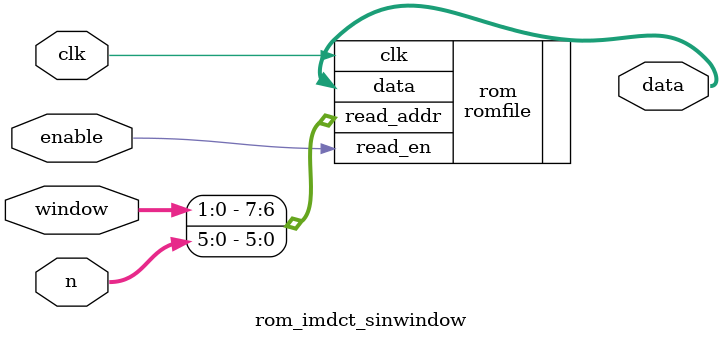
<source format=v>
`timescale 1ns / 1ps
`default_nettype none

module rom_imdct_sinwindow(
    input wire          clk,
	 input wire          enable,
	 input wire  [1:0]   window,
	 input wire  [5:0]   n,
    output wire [17:0]  data
    );

	romfile #(
		.ROM_WIDTH(18),
		.ROM_ADDR_BITS(8),
		.FILENAME("lookup_imdct_sinwindow.txt")
	) rom (
		.clk(clk),
		.read_en(enable),
		.read_addr({window, n}),
		.data(data)
	);
endmodule


</source>
